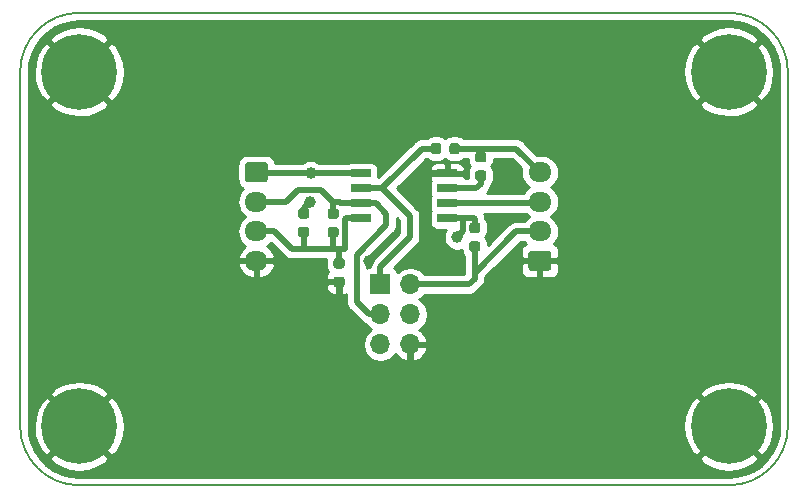
<source format=gbr>
%TF.GenerationSoftware,KiCad,Pcbnew,(5.1.6)-1*%
%TF.CreationDate,2020-12-10T00:03:04+01:00*%
%TF.ProjectId,06_I2C_2_NEOPIXELS,30365f49-3243-45f3-925f-4e454f504958,rev?*%
%TF.SameCoordinates,Original*%
%TF.FileFunction,Copper,L1,Top*%
%TF.FilePolarity,Positive*%
%FSLAX46Y46*%
G04 Gerber Fmt 4.6, Leading zero omitted, Abs format (unit mm)*
G04 Created by KiCad (PCBNEW (5.1.6)-1) date 2020-12-10 00:03:04*
%MOMM*%
%LPD*%
G01*
G04 APERTURE LIST*
%TA.AperFunction,Profile*%
%ADD10C,0.150000*%
%TD*%
%TA.AperFunction,ComponentPad*%
%ADD11C,6.400000*%
%TD*%
%TA.AperFunction,ComponentPad*%
%ADD12C,0.800000*%
%TD*%
%TA.AperFunction,ComponentPad*%
%ADD13O,1.950000X1.700000*%
%TD*%
%TA.AperFunction,ComponentPad*%
%ADD14R,1.700000X1.700000*%
%TD*%
%TA.AperFunction,ComponentPad*%
%ADD15O,1.700000X1.700000*%
%TD*%
%TA.AperFunction,SMDPad,CuDef*%
%ADD16R,1.700000X0.650000*%
%TD*%
%TA.AperFunction,ViaPad*%
%ADD17C,1.000000*%
%TD*%
%TA.AperFunction,Conductor*%
%ADD18C,0.500000*%
%TD*%
%TA.AperFunction,Conductor*%
%ADD19C,0.254000*%
%TD*%
G04 APERTURE END LIST*
D10*
X160000000Y-55000000D02*
G75*
G02*
X165000000Y-60000000I0J-5000000D01*
G01*
X165000000Y-90000000D02*
G75*
G02*
X160000000Y-95000000I-5000000J0D01*
G01*
X105000000Y-95000000D02*
G75*
G02*
X100000000Y-90000000I0J5000000D01*
G01*
X100000000Y-60000000D02*
G75*
G02*
X105000000Y-55000000I5000000J0D01*
G01*
X100000000Y-90000000D02*
X100000000Y-60000000D01*
X160000000Y-95000000D02*
X105000000Y-95000000D01*
X165000000Y-60000000D02*
X165000000Y-90000000D01*
X105000000Y-55000000D02*
X160000000Y-55000000D01*
%TO.P,C1,1*%
%TO.N,5V*%
%TA.AperFunction,SMDPad,CuDef*%
G36*
G01*
X126743750Y-75775000D02*
X127256250Y-75775000D01*
G75*
G02*
X127475000Y-75993750I0J-218750D01*
G01*
X127475000Y-76431250D01*
G75*
G02*
X127256250Y-76650000I-218750J0D01*
G01*
X126743750Y-76650000D01*
G75*
G02*
X126525000Y-76431250I0J218750D01*
G01*
X126525000Y-75993750D01*
G75*
G02*
X126743750Y-75775000I218750J0D01*
G01*
G37*
%TD.AperFunction*%
%TO.P,C1,2*%
%TO.N,GND*%
%TA.AperFunction,SMDPad,CuDef*%
G36*
G01*
X126743750Y-77350000D02*
X127256250Y-77350000D01*
G75*
G02*
X127475000Y-77568750I0J-218750D01*
G01*
X127475000Y-78006250D01*
G75*
G02*
X127256250Y-78225000I-218750J0D01*
G01*
X126743750Y-78225000D01*
G75*
G02*
X126525000Y-78006250I0J218750D01*
G01*
X126525000Y-77568750D01*
G75*
G02*
X126743750Y-77350000I218750J0D01*
G01*
G37*
%TD.AperFunction*%
%TD*%
D11*
%TO.P,H1,1*%
%TO.N,GND*%
X105000000Y-60000000D03*
D12*
X107400000Y-60000000D03*
X106697056Y-61697056D03*
X105000000Y-62400000D03*
X103302944Y-61697056D03*
X102600000Y-60000000D03*
X103302944Y-58302944D03*
X105000000Y-57600000D03*
X106697056Y-58302944D03*
%TD*%
%TO.P,H2,1*%
%TO.N,GND*%
X161697056Y-58302944D03*
X160000000Y-57600000D03*
X158302944Y-58302944D03*
X157600000Y-60000000D03*
X158302944Y-61697056D03*
X160000000Y-62400000D03*
X161697056Y-61697056D03*
X162400000Y-60000000D03*
D11*
X160000000Y-60000000D03*
%TD*%
D12*
%TO.P,H3,1*%
%TO.N,GND*%
X161697056Y-88302944D03*
X160000000Y-87600000D03*
X158302944Y-88302944D03*
X157600000Y-90000000D03*
X158302944Y-91697056D03*
X160000000Y-92400000D03*
X161697056Y-91697056D03*
X162400000Y-90000000D03*
D11*
X160000000Y-90000000D03*
%TD*%
%TO.P,H4,1*%
%TO.N,GND*%
X105000000Y-90000000D03*
D12*
X107400000Y-90000000D03*
X106697056Y-91697056D03*
X105000000Y-92400000D03*
X103302944Y-91697056D03*
X102600000Y-90000000D03*
X103302944Y-88302944D03*
X105000000Y-87600000D03*
X106697056Y-88302944D03*
%TD*%
%TO.P,J1,1*%
%TO.N,GND*%
%TA.AperFunction,ComponentPad*%
G36*
G01*
X144725000Y-76850000D02*
X143275000Y-76850000D01*
G75*
G02*
X143025000Y-76600000I0J250000D01*
G01*
X143025000Y-75400000D01*
G75*
G02*
X143275000Y-75150000I250000J0D01*
G01*
X144725000Y-75150000D01*
G75*
G02*
X144975000Y-75400000I0J-250000D01*
G01*
X144975000Y-76600000D01*
G75*
G02*
X144725000Y-76850000I-250000J0D01*
G01*
G37*
%TD.AperFunction*%
D13*
%TO.P,J1,2*%
%TO.N,5V*%
X144000000Y-73500000D03*
%TO.P,J1,3*%
%TO.N,S0*%
X144000000Y-71000000D03*
%TO.P,J1,4*%
%TO.N,back0*%
X144000000Y-68500000D03*
%TD*%
%TO.P,J2,4*%
%TO.N,GND*%
X120000000Y-76000000D03*
%TO.P,J2,3*%
%TO.N,5V*%
X120000000Y-73500000D03*
%TO.P,J2,2*%
%TO.N,SCL*%
X120000000Y-71000000D03*
%TO.P,J2,1*%
%TO.N,SDA*%
%TA.AperFunction,ComponentPad*%
G36*
G01*
X119275000Y-67650000D02*
X120725000Y-67650000D01*
G75*
G02*
X120975000Y-67900000I0J-250000D01*
G01*
X120975000Y-69100000D01*
G75*
G02*
X120725000Y-69350000I-250000J0D01*
G01*
X119275000Y-69350000D01*
G75*
G02*
X119025000Y-69100000I0J250000D01*
G01*
X119025000Y-67900000D01*
G75*
G02*
X119275000Y-67650000I250000J0D01*
G01*
G37*
%TD.AperFunction*%
%TD*%
D14*
%TO.P,J3,1*%
%TO.N,PB1*%
X130500000Y-78000000D03*
D15*
%TO.P,J3,2*%
%TO.N,5V*%
X133040000Y-78000000D03*
%TO.P,J3,3*%
%TO.N,SCL*%
X130500000Y-80540000D03*
%TO.P,J3,4*%
%TO.N,SDA*%
X133040000Y-80540000D03*
%TO.P,J3,5*%
%TO.N,RST*%
X130500000Y-83080000D03*
%TO.P,J3,6*%
%TO.N,GND*%
X133040000Y-83080000D03*
%TD*%
%TO.P,R1,2*%
%TO.N,SCL*%
%TA.AperFunction,SMDPad,CuDef*%
G36*
G01*
X126756250Y-72437500D02*
X126243750Y-72437500D01*
G75*
G02*
X126025000Y-72218750I0J218750D01*
G01*
X126025000Y-71781250D01*
G75*
G02*
X126243750Y-71562500I218750J0D01*
G01*
X126756250Y-71562500D01*
G75*
G02*
X126975000Y-71781250I0J-218750D01*
G01*
X126975000Y-72218750D01*
G75*
G02*
X126756250Y-72437500I-218750J0D01*
G01*
G37*
%TD.AperFunction*%
%TO.P,R1,1*%
%TO.N,5V*%
%TA.AperFunction,SMDPad,CuDef*%
G36*
G01*
X126756250Y-74012500D02*
X126243750Y-74012500D01*
G75*
G02*
X126025000Y-73793750I0J218750D01*
G01*
X126025000Y-73356250D01*
G75*
G02*
X126243750Y-73137500I218750J0D01*
G01*
X126756250Y-73137500D01*
G75*
G02*
X126975000Y-73356250I0J-218750D01*
G01*
X126975000Y-73793750D01*
G75*
G02*
X126756250Y-74012500I-218750J0D01*
G01*
G37*
%TD.AperFunction*%
%TD*%
%TO.P,R2,1*%
%TO.N,5V*%
%TA.AperFunction,SMDPad,CuDef*%
G36*
G01*
X124256250Y-74012500D02*
X123743750Y-74012500D01*
G75*
G02*
X123525000Y-73793750I0J218750D01*
G01*
X123525000Y-73356250D01*
G75*
G02*
X123743750Y-73137500I218750J0D01*
G01*
X124256250Y-73137500D01*
G75*
G02*
X124475000Y-73356250I0J-218750D01*
G01*
X124475000Y-73793750D01*
G75*
G02*
X124256250Y-74012500I-218750J0D01*
G01*
G37*
%TD.AperFunction*%
%TO.P,R2,2*%
%TO.N,SDA*%
%TA.AperFunction,SMDPad,CuDef*%
G36*
G01*
X124256250Y-72437500D02*
X123743750Y-72437500D01*
G75*
G02*
X123525000Y-72218750I0J218750D01*
G01*
X123525000Y-71781250D01*
G75*
G02*
X123743750Y-71562500I218750J0D01*
G01*
X124256250Y-71562500D01*
G75*
G02*
X124475000Y-71781250I0J-218750D01*
G01*
X124475000Y-72218750D01*
G75*
G02*
X124256250Y-72437500I-218750J0D01*
G01*
G37*
%TD.AperFunction*%
%TD*%
%TO.P,R3,2*%
%TO.N,back0*%
%TA.AperFunction,SMDPad,CuDef*%
G36*
G01*
X139256250Y-67650000D02*
X138743750Y-67650000D01*
G75*
G02*
X138525000Y-67431250I0J218750D01*
G01*
X138525000Y-66993750D01*
G75*
G02*
X138743750Y-66775000I218750J0D01*
G01*
X139256250Y-66775000D01*
G75*
G02*
X139475000Y-66993750I0J-218750D01*
G01*
X139475000Y-67431250D01*
G75*
G02*
X139256250Y-67650000I-218750J0D01*
G01*
G37*
%TD.AperFunction*%
%TO.P,R3,1*%
%TO.N,Net-(R3-Pad1)*%
%TA.AperFunction,SMDPad,CuDef*%
G36*
G01*
X139256250Y-69225000D02*
X138743750Y-69225000D01*
G75*
G02*
X138525000Y-69006250I0J218750D01*
G01*
X138525000Y-68568750D01*
G75*
G02*
X138743750Y-68350000I218750J0D01*
G01*
X139256250Y-68350000D01*
G75*
G02*
X139475000Y-68568750I0J-218750D01*
G01*
X139475000Y-69006250D01*
G75*
G02*
X139256250Y-69225000I-218750J0D01*
G01*
G37*
%TD.AperFunction*%
%TD*%
%TO.P,R4,1*%
%TO.N,PB1*%
%TA.AperFunction,SMDPad,CuDef*%
G36*
G01*
X134775000Y-66756250D02*
X134775000Y-66243750D01*
G75*
G02*
X134993750Y-66025000I218750J0D01*
G01*
X135431250Y-66025000D01*
G75*
G02*
X135650000Y-66243750I0J-218750D01*
G01*
X135650000Y-66756250D01*
G75*
G02*
X135431250Y-66975000I-218750J0D01*
G01*
X134993750Y-66975000D01*
G75*
G02*
X134775000Y-66756250I0J218750D01*
G01*
G37*
%TD.AperFunction*%
%TO.P,R4,2*%
%TO.N,back0*%
%TA.AperFunction,SMDPad,CuDef*%
G36*
G01*
X136350000Y-66756250D02*
X136350000Y-66243750D01*
G75*
G02*
X136568750Y-66025000I218750J0D01*
G01*
X137006250Y-66025000D01*
G75*
G02*
X137225000Y-66243750I0J-218750D01*
G01*
X137225000Y-66756250D01*
G75*
G02*
X137006250Y-66975000I-218750J0D01*
G01*
X136568750Y-66975000D01*
G75*
G02*
X136350000Y-66756250I0J218750D01*
G01*
G37*
%TD.AperFunction*%
%TD*%
%TO.P,R5,1*%
%TO.N,RST*%
%TA.AperFunction,SMDPad,CuDef*%
G36*
G01*
X138243750Y-72775000D02*
X138756250Y-72775000D01*
G75*
G02*
X138975000Y-72993750I0J-218750D01*
G01*
X138975000Y-73431250D01*
G75*
G02*
X138756250Y-73650000I-218750J0D01*
G01*
X138243750Y-73650000D01*
G75*
G02*
X138025000Y-73431250I0J218750D01*
G01*
X138025000Y-72993750D01*
G75*
G02*
X138243750Y-72775000I218750J0D01*
G01*
G37*
%TD.AperFunction*%
%TO.P,R5,2*%
%TO.N,5V*%
%TA.AperFunction,SMDPad,CuDef*%
G36*
G01*
X138243750Y-74350000D02*
X138756250Y-74350000D01*
G75*
G02*
X138975000Y-74568750I0J-218750D01*
G01*
X138975000Y-75006250D01*
G75*
G02*
X138756250Y-75225000I-218750J0D01*
G01*
X138243750Y-75225000D01*
G75*
G02*
X138025000Y-75006250I0J218750D01*
G01*
X138025000Y-74568750D01*
G75*
G02*
X138243750Y-74350000I218750J0D01*
G01*
G37*
%TD.AperFunction*%
%TD*%
D16*
%TO.P,U1,1*%
%TO.N,RST*%
X136150000Y-72405000D03*
%TO.P,U1,2*%
%TO.N,S0*%
X136150000Y-71135000D03*
%TO.P,U1,3*%
%TO.N,Net-(R3-Pad1)*%
X136150000Y-69865000D03*
%TO.P,U1,4*%
%TO.N,GND*%
X136150000Y-68595000D03*
%TO.P,U1,5*%
%TO.N,SDA*%
X128850000Y-68595000D03*
%TO.P,U1,6*%
%TO.N,PB1*%
X128850000Y-69865000D03*
%TO.P,U1,7*%
%TO.N,SCL*%
X128850000Y-71135000D03*
%TO.P,U1,8*%
%TO.N,5V*%
X128850000Y-72405000D03*
%TD*%
D17*
%TO.N,GND*%
X105000000Y-65000000D03*
X105000000Y-70000000D03*
X105000000Y-75000000D03*
X105000000Y-80000000D03*
X105000000Y-85000000D03*
X110000000Y-60000000D03*
X115000000Y-60000000D03*
X120000000Y-60000000D03*
X125000000Y-60000000D03*
X130000000Y-60000000D03*
X135000000Y-60000000D03*
X140000000Y-60000000D03*
X145000000Y-60000000D03*
X150000000Y-60000000D03*
X155000000Y-60000000D03*
X110000000Y-90000000D03*
X115000000Y-90000000D03*
X120000000Y-90000000D03*
X125000000Y-90000000D03*
X130000000Y-90000000D03*
X135000000Y-90000000D03*
X140000000Y-90000000D03*
X145000000Y-90000000D03*
X150000000Y-90000000D03*
X155000000Y-90000000D03*
X160000000Y-85000000D03*
X160000000Y-80000000D03*
X160000000Y-75000000D03*
X160000000Y-65000000D03*
X160000000Y-70000000D03*
X127000000Y-79500000D03*
X133500000Y-69500000D03*
X141000000Y-69000000D03*
X141000000Y-72500000D03*
X129550000Y-76000000D03*
%TO.N,SDA*%
X124500000Y-71050000D03*
X124595000Y-68595000D03*
%TO.N,RST*%
X137000000Y-74000000D03*
%TD*%
D18*
%TO.N,GND*%
X127000000Y-77787500D02*
X127000000Y-79500000D01*
X136150000Y-68595000D02*
X134405000Y-68595000D01*
X134405000Y-68595000D02*
X133500000Y-69500000D01*
X133040000Y-88040000D02*
X135000000Y-90000000D01*
X133040000Y-83080000D02*
X133040000Y-88040000D01*
%TO.N,S0*%
X143865000Y-71135000D02*
X144000000Y-71000000D01*
X136150000Y-71135000D02*
X143865000Y-71135000D01*
%TO.N,back0*%
X142000000Y-66500000D02*
X144000000Y-68500000D01*
X136787500Y-66500000D02*
X139000000Y-66500000D01*
X139000000Y-67212500D02*
X139000000Y-66500000D01*
X139000000Y-66500000D02*
X142000000Y-66500000D01*
%TO.N,5V*%
X126500000Y-73575000D02*
X126500000Y-75000000D01*
X126500000Y-75000000D02*
X124000000Y-75000000D01*
X124000000Y-75000000D02*
X124000000Y-73575000D01*
X124000000Y-75000000D02*
X123000000Y-75000000D01*
X121500000Y-73500000D02*
X120000000Y-73500000D01*
X123000000Y-75000000D02*
X121500000Y-73500000D01*
X128850000Y-72405000D02*
X127595000Y-72405000D01*
X127500000Y-72500000D02*
X127500000Y-75000000D01*
X127595000Y-72405000D02*
X127500000Y-72500000D01*
X127500000Y-75000000D02*
X127000000Y-75000000D01*
X127000000Y-76212500D02*
X127000000Y-75000000D01*
X127000000Y-75000000D02*
X126500000Y-75000000D01*
X133040000Y-78000000D02*
X138000000Y-78000000D01*
X138000000Y-78000000D02*
X138500000Y-77500000D01*
X144000000Y-73500000D02*
X142000000Y-73500000D01*
X142000000Y-73500000D02*
X138500000Y-77000000D01*
X138500000Y-77500000D02*
X138500000Y-77000000D01*
X138500000Y-77000000D02*
X138500000Y-74787500D01*
%TO.N,SCL*%
X128850000Y-71135000D02*
X127135000Y-71135000D01*
X127135000Y-71135000D02*
X127000000Y-71000000D01*
X126500000Y-72000000D02*
X126500000Y-71000000D01*
X127000000Y-71000000D02*
X126500000Y-71000000D01*
X122500000Y-71000000D02*
X123500000Y-70000000D01*
X122500000Y-71000000D02*
X120000000Y-71000000D01*
X123500000Y-70000000D02*
X125500000Y-70000000D01*
X125500000Y-70000000D02*
X126500000Y-71000000D01*
X129540000Y-80540000D02*
X130500000Y-80540000D01*
X130135000Y-71135000D02*
X131000000Y-72000000D01*
X128500000Y-79500000D02*
X129540000Y-80540000D01*
X131000000Y-73000000D02*
X128500000Y-75500000D01*
X131000000Y-72000000D02*
X131000000Y-73000000D01*
X128850000Y-71135000D02*
X130135000Y-71135000D01*
X128500000Y-75500000D02*
X128500000Y-79500000D01*
%TO.N,SDA*%
X120095000Y-68595000D02*
X120000000Y-68500000D01*
X124000000Y-72000000D02*
X124000000Y-71550000D01*
X124000000Y-71550000D02*
X124500000Y-71050000D01*
X128850000Y-68595000D02*
X124595000Y-68595000D01*
X124595000Y-68595000D02*
X120095000Y-68595000D01*
%TO.N,PB1*%
X135212500Y-66500000D02*
X134000000Y-66500000D01*
X130635000Y-69865000D02*
X128850000Y-69865000D01*
X134000000Y-66500000D02*
X130635000Y-69865000D01*
X133000000Y-72230000D02*
X131635000Y-70865000D01*
X133000000Y-74000000D02*
X133000000Y-72230000D01*
X130500000Y-76500000D02*
X133000000Y-74000000D01*
X131635000Y-70865000D02*
X130635000Y-69865000D01*
X130500000Y-78000000D02*
X130500000Y-76500000D01*
%TO.N,RST*%
X136150000Y-72405000D02*
X138405000Y-72405000D01*
X138500000Y-72500000D02*
X138500000Y-73212500D01*
X138405000Y-72405000D02*
X138500000Y-72500000D01*
X137000000Y-74000000D02*
X137500000Y-73500000D01*
X137500000Y-73500000D02*
X137500000Y-72500000D01*
%TO.N,Net-(R3-Pad1)*%
X136150000Y-69865000D02*
X138635000Y-69865000D01*
X139000000Y-69500000D02*
X139000000Y-68787500D01*
X138635000Y-69865000D02*
X139000000Y-69500000D01*
%TD*%
D19*
%TO.N,GND*%
G36*
X160759192Y-55780578D02*
G01*
X161494389Y-55981705D01*
X162182351Y-56309846D01*
X162801331Y-56754628D01*
X163331761Y-57301988D01*
X163756884Y-57934639D01*
X164063251Y-58632561D01*
X164242499Y-59379183D01*
X164290000Y-60026030D01*
X164290001Y-89968370D01*
X164219422Y-90759193D01*
X164018295Y-91494389D01*
X163690152Y-92182355D01*
X163245374Y-92801328D01*
X162698012Y-93331761D01*
X162065362Y-93756883D01*
X161367439Y-94063251D01*
X160620819Y-94242499D01*
X159973970Y-94290000D01*
X105031618Y-94290000D01*
X104240807Y-94219422D01*
X103505611Y-94018295D01*
X102817645Y-93690152D01*
X102198672Y-93245374D01*
X101671020Y-92700881D01*
X102478724Y-92700881D01*
X102838912Y-93190548D01*
X103502882Y-93550849D01*
X104224385Y-93774694D01*
X104975695Y-93853480D01*
X105727938Y-93784178D01*
X106452208Y-93569452D01*
X107120670Y-93217555D01*
X107161088Y-93190548D01*
X107521276Y-92700881D01*
X157478724Y-92700881D01*
X157838912Y-93190548D01*
X158502882Y-93550849D01*
X159224385Y-93774694D01*
X159975695Y-93853480D01*
X160727938Y-93784178D01*
X161452208Y-93569452D01*
X162120670Y-93217555D01*
X162161088Y-93190548D01*
X162521276Y-92700881D01*
X160000000Y-90179605D01*
X157478724Y-92700881D01*
X107521276Y-92700881D01*
X105000000Y-90179605D01*
X102478724Y-92700881D01*
X101671020Y-92700881D01*
X101668239Y-92698012D01*
X101243117Y-92065362D01*
X100936749Y-91367439D01*
X100757501Y-90620819D01*
X100710127Y-89975695D01*
X101146520Y-89975695D01*
X101215822Y-90727938D01*
X101430548Y-91452208D01*
X101782445Y-92120670D01*
X101809452Y-92161088D01*
X102299119Y-92521276D01*
X104820395Y-90000000D01*
X105179605Y-90000000D01*
X107700881Y-92521276D01*
X108190548Y-92161088D01*
X108550849Y-91497118D01*
X108774694Y-90775615D01*
X108853480Y-90024305D01*
X108849002Y-89975695D01*
X156146520Y-89975695D01*
X156215822Y-90727938D01*
X156430548Y-91452208D01*
X156782445Y-92120670D01*
X156809452Y-92161088D01*
X157299119Y-92521276D01*
X159820395Y-90000000D01*
X160179605Y-90000000D01*
X162700881Y-92521276D01*
X163190548Y-92161088D01*
X163550849Y-91497118D01*
X163774694Y-90775615D01*
X163853480Y-90024305D01*
X163784178Y-89272062D01*
X163569452Y-88547792D01*
X163217555Y-87879330D01*
X163190548Y-87838912D01*
X162700881Y-87478724D01*
X160179605Y-90000000D01*
X159820395Y-90000000D01*
X157299119Y-87478724D01*
X156809452Y-87838912D01*
X156449151Y-88502882D01*
X156225306Y-89224385D01*
X156146520Y-89975695D01*
X108849002Y-89975695D01*
X108784178Y-89272062D01*
X108569452Y-88547792D01*
X108217555Y-87879330D01*
X108190548Y-87838912D01*
X107700881Y-87478724D01*
X105179605Y-90000000D01*
X104820395Y-90000000D01*
X102299119Y-87478724D01*
X101809452Y-87838912D01*
X101449151Y-88502882D01*
X101225306Y-89224385D01*
X101146520Y-89975695D01*
X100710127Y-89975695D01*
X100710000Y-89973970D01*
X100710000Y-87299119D01*
X102478724Y-87299119D01*
X105000000Y-89820395D01*
X107521276Y-87299119D01*
X157478724Y-87299119D01*
X160000000Y-89820395D01*
X162521276Y-87299119D01*
X162161088Y-86809452D01*
X161497118Y-86449151D01*
X160775615Y-86225306D01*
X160024305Y-86146520D01*
X159272062Y-86215822D01*
X158547792Y-86430548D01*
X157879330Y-86782445D01*
X157838912Y-86809452D01*
X157478724Y-87299119D01*
X107521276Y-87299119D01*
X107161088Y-86809452D01*
X106497118Y-86449151D01*
X105775615Y-86225306D01*
X105024305Y-86146520D01*
X104272062Y-86215822D01*
X103547792Y-86430548D01*
X102879330Y-86782445D01*
X102838912Y-86809452D01*
X102478724Y-87299119D01*
X100710000Y-87299119D01*
X100710000Y-78225000D01*
X125886928Y-78225000D01*
X125899188Y-78349482D01*
X125935498Y-78469180D01*
X125994463Y-78579494D01*
X126073815Y-78676185D01*
X126170506Y-78755537D01*
X126280820Y-78814502D01*
X126400518Y-78850812D01*
X126525000Y-78863072D01*
X126714250Y-78860000D01*
X126873000Y-78701250D01*
X126873000Y-77914500D01*
X126048750Y-77914500D01*
X125890000Y-78073250D01*
X125886928Y-78225000D01*
X100710000Y-78225000D01*
X100710000Y-76356890D01*
X118433524Y-76356890D01*
X118525648Y-76619858D01*
X118672504Y-76871193D01*
X118865571Y-77089049D01*
X119097430Y-77265053D01*
X119359170Y-77392442D01*
X119640733Y-77466320D01*
X119873000Y-77326165D01*
X119873000Y-76127000D01*
X120127000Y-76127000D01*
X120127000Y-77326165D01*
X120359267Y-77466320D01*
X120640830Y-77392442D01*
X120902570Y-77265053D01*
X121134429Y-77089049D01*
X121327496Y-76871193D01*
X121474352Y-76619858D01*
X121566476Y-76356890D01*
X121445155Y-76127000D01*
X120127000Y-76127000D01*
X119873000Y-76127000D01*
X118554845Y-76127000D01*
X118433524Y-76356890D01*
X100710000Y-76356890D01*
X100710000Y-71000000D01*
X118382815Y-71000000D01*
X118411487Y-71291111D01*
X118496401Y-71571034D01*
X118634294Y-71829014D01*
X118819866Y-72055134D01*
X119045986Y-72240706D01*
X119063374Y-72250000D01*
X119045986Y-72259294D01*
X118819866Y-72444866D01*
X118634294Y-72670986D01*
X118496401Y-72928966D01*
X118411487Y-73208889D01*
X118382815Y-73500000D01*
X118411487Y-73791111D01*
X118496401Y-74071034D01*
X118634294Y-74329014D01*
X118819866Y-74555134D01*
X119045986Y-74740706D01*
X119071722Y-74754462D01*
X118865571Y-74910951D01*
X118672504Y-75128807D01*
X118525648Y-75380142D01*
X118433524Y-75643110D01*
X118554845Y-75873000D01*
X119873000Y-75873000D01*
X119873000Y-75853000D01*
X120127000Y-75853000D01*
X120127000Y-75873000D01*
X121445155Y-75873000D01*
X121566476Y-75643110D01*
X121474352Y-75380142D01*
X121327496Y-75128807D01*
X121134429Y-74910951D01*
X120928278Y-74754462D01*
X120954014Y-74740706D01*
X121180134Y-74555134D01*
X121235767Y-74487345D01*
X122343470Y-75595049D01*
X122371183Y-75628817D01*
X122404951Y-75656530D01*
X122404953Y-75656532D01*
X122476452Y-75715210D01*
X122505941Y-75739411D01*
X122659687Y-75821589D01*
X122826510Y-75872195D01*
X122956523Y-75885000D01*
X122956533Y-75885000D01*
X122999999Y-75889281D01*
X123043465Y-75885000D01*
X123956523Y-75885000D01*
X124000000Y-75889282D01*
X124043476Y-75885000D01*
X125897639Y-75885000D01*
X125886928Y-75993750D01*
X125886928Y-76431250D01*
X125903392Y-76598408D01*
X125952150Y-76759142D01*
X126031329Y-76907275D01*
X126049100Y-76928930D01*
X125994463Y-76995506D01*
X125935498Y-77105820D01*
X125899188Y-77225518D01*
X125886928Y-77350000D01*
X125890000Y-77501750D01*
X126048750Y-77660500D01*
X126873000Y-77660500D01*
X126873000Y-77640500D01*
X127127000Y-77640500D01*
X127127000Y-77660500D01*
X127147000Y-77660500D01*
X127147000Y-77914500D01*
X127127000Y-77914500D01*
X127127000Y-78701250D01*
X127285750Y-78860000D01*
X127475000Y-78863072D01*
X127599482Y-78850812D01*
X127615001Y-78846104D01*
X127615001Y-79456521D01*
X127610719Y-79500000D01*
X127627805Y-79673490D01*
X127678412Y-79840313D01*
X127760590Y-79994059D01*
X127843468Y-80095046D01*
X127843471Y-80095049D01*
X127871184Y-80128817D01*
X127904951Y-80156529D01*
X128883470Y-81135049D01*
X128911183Y-81168817D01*
X128944951Y-81196530D01*
X128944953Y-81196532D01*
X129002075Y-81243411D01*
X129045941Y-81279411D01*
X129199687Y-81361589D01*
X129279063Y-81385668D01*
X129346525Y-81486632D01*
X129553368Y-81693475D01*
X129727760Y-81810000D01*
X129553368Y-81926525D01*
X129346525Y-82133368D01*
X129184010Y-82376589D01*
X129072068Y-82646842D01*
X129015000Y-82933740D01*
X129015000Y-83226260D01*
X129072068Y-83513158D01*
X129184010Y-83783411D01*
X129346525Y-84026632D01*
X129553368Y-84233475D01*
X129796589Y-84395990D01*
X130066842Y-84507932D01*
X130353740Y-84565000D01*
X130646260Y-84565000D01*
X130933158Y-84507932D01*
X131203411Y-84395990D01*
X131446632Y-84233475D01*
X131653475Y-84026632D01*
X131771100Y-83850594D01*
X131942412Y-84080269D01*
X132158645Y-84275178D01*
X132408748Y-84424157D01*
X132683109Y-84521481D01*
X132913000Y-84400814D01*
X132913000Y-83207000D01*
X133167000Y-83207000D01*
X133167000Y-84400814D01*
X133396891Y-84521481D01*
X133671252Y-84424157D01*
X133921355Y-84275178D01*
X134137588Y-84080269D01*
X134311641Y-83846920D01*
X134436825Y-83584099D01*
X134481476Y-83436890D01*
X134360155Y-83207000D01*
X133167000Y-83207000D01*
X132913000Y-83207000D01*
X132893000Y-83207000D01*
X132893000Y-82953000D01*
X132913000Y-82953000D01*
X132913000Y-82933000D01*
X133167000Y-82933000D01*
X133167000Y-82953000D01*
X134360155Y-82953000D01*
X134481476Y-82723110D01*
X134436825Y-82575901D01*
X134311641Y-82313080D01*
X134137588Y-82079731D01*
X133921355Y-81884822D01*
X133804466Y-81815195D01*
X133986632Y-81693475D01*
X134193475Y-81486632D01*
X134355990Y-81243411D01*
X134467932Y-80973158D01*
X134525000Y-80686260D01*
X134525000Y-80393740D01*
X134467932Y-80106842D01*
X134355990Y-79836589D01*
X134193475Y-79593368D01*
X133986632Y-79386525D01*
X133812240Y-79270000D01*
X133986632Y-79153475D01*
X134193475Y-78946632D01*
X134234656Y-78885000D01*
X137956531Y-78885000D01*
X138000000Y-78889281D01*
X138043469Y-78885000D01*
X138043477Y-78885000D01*
X138173490Y-78872195D01*
X138340313Y-78821589D01*
X138494059Y-78739411D01*
X138628817Y-78628817D01*
X138656534Y-78595044D01*
X139095045Y-78156533D01*
X139128817Y-78128817D01*
X139239411Y-77994059D01*
X139321589Y-77840313D01*
X139372195Y-77673490D01*
X139385000Y-77543477D01*
X139385000Y-77543469D01*
X139389281Y-77500000D01*
X139385000Y-77456531D01*
X139385000Y-77366578D01*
X139901578Y-76850000D01*
X142386928Y-76850000D01*
X142399188Y-76974482D01*
X142435498Y-77094180D01*
X142494463Y-77204494D01*
X142573815Y-77301185D01*
X142670506Y-77380537D01*
X142780820Y-77439502D01*
X142900518Y-77475812D01*
X143025000Y-77488072D01*
X143714250Y-77485000D01*
X143873000Y-77326250D01*
X143873000Y-76127000D01*
X144127000Y-76127000D01*
X144127000Y-77326250D01*
X144285750Y-77485000D01*
X144975000Y-77488072D01*
X145099482Y-77475812D01*
X145219180Y-77439502D01*
X145329494Y-77380537D01*
X145426185Y-77301185D01*
X145505537Y-77204494D01*
X145564502Y-77094180D01*
X145600812Y-76974482D01*
X145613072Y-76850000D01*
X145610000Y-76285750D01*
X145451250Y-76127000D01*
X144127000Y-76127000D01*
X143873000Y-76127000D01*
X142548750Y-76127000D01*
X142390000Y-76285750D01*
X142386928Y-76850000D01*
X139901578Y-76850000D01*
X142366579Y-74385000D01*
X142680241Y-74385000D01*
X142815608Y-74549945D01*
X142780820Y-74560498D01*
X142670506Y-74619463D01*
X142573815Y-74698815D01*
X142494463Y-74795506D01*
X142435498Y-74905820D01*
X142399188Y-75025518D01*
X142386928Y-75150000D01*
X142390000Y-75714250D01*
X142548750Y-75873000D01*
X143873000Y-75873000D01*
X143873000Y-75853000D01*
X144127000Y-75853000D01*
X144127000Y-75873000D01*
X145451250Y-75873000D01*
X145610000Y-75714250D01*
X145613072Y-75150000D01*
X145600812Y-75025518D01*
X145564502Y-74905820D01*
X145505537Y-74795506D01*
X145426185Y-74698815D01*
X145329494Y-74619463D01*
X145219180Y-74560498D01*
X145184392Y-74549945D01*
X145365706Y-74329014D01*
X145503599Y-74071034D01*
X145588513Y-73791111D01*
X145617185Y-73500000D01*
X145588513Y-73208889D01*
X145503599Y-72928966D01*
X145365706Y-72670986D01*
X145180134Y-72444866D01*
X144954014Y-72259294D01*
X144936626Y-72250000D01*
X144954014Y-72240706D01*
X145180134Y-72055134D01*
X145365706Y-71829014D01*
X145503599Y-71571034D01*
X145588513Y-71291111D01*
X145617185Y-71000000D01*
X145588513Y-70708889D01*
X145503599Y-70428966D01*
X145365706Y-70170986D01*
X145180134Y-69944866D01*
X144954014Y-69759294D01*
X144936626Y-69750000D01*
X144954014Y-69740706D01*
X145180134Y-69555134D01*
X145365706Y-69329014D01*
X145503599Y-69071034D01*
X145588513Y-68791111D01*
X145617185Y-68500000D01*
X145588513Y-68208889D01*
X145503599Y-67928966D01*
X145365706Y-67670986D01*
X145180134Y-67444866D01*
X144954014Y-67259294D01*
X144696034Y-67121401D01*
X144416111Y-67036487D01*
X144197950Y-67015000D01*
X143802050Y-67015000D01*
X143769759Y-67018180D01*
X142656534Y-65904956D01*
X142628817Y-65871183D01*
X142494059Y-65760589D01*
X142340313Y-65678411D01*
X142173490Y-65627805D01*
X142043477Y-65615000D01*
X142043469Y-65615000D01*
X142000000Y-65610719D01*
X141956531Y-65615000D01*
X139043477Y-65615000D01*
X139000000Y-65610718D01*
X138956524Y-65615000D01*
X137584229Y-65615000D01*
X137482275Y-65531329D01*
X137334142Y-65452150D01*
X137173408Y-65403392D01*
X137006250Y-65386928D01*
X136568750Y-65386928D01*
X136401592Y-65403392D01*
X136240858Y-65452150D01*
X136092725Y-65531329D01*
X136000000Y-65607426D01*
X135907275Y-65531329D01*
X135759142Y-65452150D01*
X135598408Y-65403392D01*
X135431250Y-65386928D01*
X134993750Y-65386928D01*
X134826592Y-65403392D01*
X134665858Y-65452150D01*
X134517725Y-65531329D01*
X134415771Y-65615000D01*
X134043469Y-65615000D01*
X134000000Y-65610719D01*
X133956531Y-65615000D01*
X133956523Y-65615000D01*
X133826510Y-65627805D01*
X133659686Y-65678411D01*
X133505941Y-65760589D01*
X133404953Y-65843468D01*
X133404951Y-65843470D01*
X133371183Y-65871183D01*
X133343470Y-65904951D01*
X130338072Y-68910350D01*
X130338072Y-68270000D01*
X130325812Y-68145518D01*
X130289502Y-68025820D01*
X130230537Y-67915506D01*
X130151185Y-67818815D01*
X130054494Y-67739463D01*
X129944180Y-67680498D01*
X129824482Y-67644188D01*
X129700000Y-67631928D01*
X128000000Y-67631928D01*
X127875518Y-67644188D01*
X127755820Y-67680498D01*
X127700627Y-67710000D01*
X125313450Y-67710000D01*
X125132624Y-67589176D01*
X124926067Y-67503617D01*
X124706788Y-67460000D01*
X124483212Y-67460000D01*
X124263933Y-67503617D01*
X124057376Y-67589176D01*
X123876550Y-67710000D01*
X121590928Y-67710000D01*
X121545472Y-67560150D01*
X121463405Y-67406614D01*
X121352962Y-67272038D01*
X121218386Y-67161595D01*
X121064850Y-67079528D01*
X120898254Y-67028992D01*
X120725000Y-67011928D01*
X119275000Y-67011928D01*
X119101746Y-67028992D01*
X118935150Y-67079528D01*
X118781614Y-67161595D01*
X118647038Y-67272038D01*
X118536595Y-67406614D01*
X118454528Y-67560150D01*
X118403992Y-67726746D01*
X118386928Y-67900000D01*
X118386928Y-69100000D01*
X118403992Y-69273254D01*
X118454528Y-69439850D01*
X118536595Y-69593386D01*
X118647038Y-69727962D01*
X118781614Y-69838405D01*
X118883337Y-69892777D01*
X118819866Y-69944866D01*
X118634294Y-70170986D01*
X118496401Y-70428966D01*
X118411487Y-70708889D01*
X118382815Y-71000000D01*
X100710000Y-71000000D01*
X100710000Y-62700881D01*
X102478724Y-62700881D01*
X102838912Y-63190548D01*
X103502882Y-63550849D01*
X104224385Y-63774694D01*
X104975695Y-63853480D01*
X105727938Y-63784178D01*
X106452208Y-63569452D01*
X107120670Y-63217555D01*
X107161088Y-63190548D01*
X107521276Y-62700881D01*
X157478724Y-62700881D01*
X157838912Y-63190548D01*
X158502882Y-63550849D01*
X159224385Y-63774694D01*
X159975695Y-63853480D01*
X160727938Y-63784178D01*
X161452208Y-63569452D01*
X162120670Y-63217555D01*
X162161088Y-63190548D01*
X162521276Y-62700881D01*
X160000000Y-60179605D01*
X157478724Y-62700881D01*
X107521276Y-62700881D01*
X105000000Y-60179605D01*
X102478724Y-62700881D01*
X100710000Y-62700881D01*
X100710000Y-60031618D01*
X100714991Y-59975695D01*
X101146520Y-59975695D01*
X101215822Y-60727938D01*
X101430548Y-61452208D01*
X101782445Y-62120670D01*
X101809452Y-62161088D01*
X102299119Y-62521276D01*
X104820395Y-60000000D01*
X105179605Y-60000000D01*
X107700881Y-62521276D01*
X108190548Y-62161088D01*
X108550849Y-61497118D01*
X108774694Y-60775615D01*
X108853480Y-60024305D01*
X108849002Y-59975695D01*
X156146520Y-59975695D01*
X156215822Y-60727938D01*
X156430548Y-61452208D01*
X156782445Y-62120670D01*
X156809452Y-62161088D01*
X157299119Y-62521276D01*
X159820395Y-60000000D01*
X160179605Y-60000000D01*
X162700881Y-62521276D01*
X163190548Y-62161088D01*
X163550849Y-61497118D01*
X163774694Y-60775615D01*
X163853480Y-60024305D01*
X163784178Y-59272062D01*
X163569452Y-58547792D01*
X163217555Y-57879330D01*
X163190548Y-57838912D01*
X162700881Y-57478724D01*
X160179605Y-60000000D01*
X159820395Y-60000000D01*
X157299119Y-57478724D01*
X156809452Y-57838912D01*
X156449151Y-58502882D01*
X156225306Y-59224385D01*
X156146520Y-59975695D01*
X108849002Y-59975695D01*
X108784178Y-59272062D01*
X108569452Y-58547792D01*
X108217555Y-57879330D01*
X108190548Y-57838912D01*
X107700881Y-57478724D01*
X105179605Y-60000000D01*
X104820395Y-60000000D01*
X102299119Y-57478724D01*
X101809452Y-57838912D01*
X101449151Y-58502882D01*
X101225306Y-59224385D01*
X101146520Y-59975695D01*
X100714991Y-59975695D01*
X100780578Y-59240808D01*
X100981705Y-58505611D01*
X101309846Y-57817649D01*
X101682447Y-57299119D01*
X102478724Y-57299119D01*
X105000000Y-59820395D01*
X107521276Y-57299119D01*
X157478724Y-57299119D01*
X160000000Y-59820395D01*
X162521276Y-57299119D01*
X162161088Y-56809452D01*
X161497118Y-56449151D01*
X160775615Y-56225306D01*
X160024305Y-56146520D01*
X159272062Y-56215822D01*
X158547792Y-56430548D01*
X157879330Y-56782445D01*
X157838912Y-56809452D01*
X157478724Y-57299119D01*
X107521276Y-57299119D01*
X107161088Y-56809452D01*
X106497118Y-56449151D01*
X105775615Y-56225306D01*
X105024305Y-56146520D01*
X104272062Y-56215822D01*
X103547792Y-56430548D01*
X102879330Y-56782445D01*
X102838912Y-56809452D01*
X102478724Y-57299119D01*
X101682447Y-57299119D01*
X101754628Y-57198669D01*
X102301988Y-56668239D01*
X102934639Y-56243116D01*
X103632561Y-55936749D01*
X104379183Y-55757501D01*
X105026030Y-55710000D01*
X159968382Y-55710000D01*
X160759192Y-55780578D01*
G37*
X160759192Y-55780578D02*
X161494389Y-55981705D01*
X162182351Y-56309846D01*
X162801331Y-56754628D01*
X163331761Y-57301988D01*
X163756884Y-57934639D01*
X164063251Y-58632561D01*
X164242499Y-59379183D01*
X164290000Y-60026030D01*
X164290001Y-89968370D01*
X164219422Y-90759193D01*
X164018295Y-91494389D01*
X163690152Y-92182355D01*
X163245374Y-92801328D01*
X162698012Y-93331761D01*
X162065362Y-93756883D01*
X161367439Y-94063251D01*
X160620819Y-94242499D01*
X159973970Y-94290000D01*
X105031618Y-94290000D01*
X104240807Y-94219422D01*
X103505611Y-94018295D01*
X102817645Y-93690152D01*
X102198672Y-93245374D01*
X101671020Y-92700881D01*
X102478724Y-92700881D01*
X102838912Y-93190548D01*
X103502882Y-93550849D01*
X104224385Y-93774694D01*
X104975695Y-93853480D01*
X105727938Y-93784178D01*
X106452208Y-93569452D01*
X107120670Y-93217555D01*
X107161088Y-93190548D01*
X107521276Y-92700881D01*
X157478724Y-92700881D01*
X157838912Y-93190548D01*
X158502882Y-93550849D01*
X159224385Y-93774694D01*
X159975695Y-93853480D01*
X160727938Y-93784178D01*
X161452208Y-93569452D01*
X162120670Y-93217555D01*
X162161088Y-93190548D01*
X162521276Y-92700881D01*
X160000000Y-90179605D01*
X157478724Y-92700881D01*
X107521276Y-92700881D01*
X105000000Y-90179605D01*
X102478724Y-92700881D01*
X101671020Y-92700881D01*
X101668239Y-92698012D01*
X101243117Y-92065362D01*
X100936749Y-91367439D01*
X100757501Y-90620819D01*
X100710127Y-89975695D01*
X101146520Y-89975695D01*
X101215822Y-90727938D01*
X101430548Y-91452208D01*
X101782445Y-92120670D01*
X101809452Y-92161088D01*
X102299119Y-92521276D01*
X104820395Y-90000000D01*
X105179605Y-90000000D01*
X107700881Y-92521276D01*
X108190548Y-92161088D01*
X108550849Y-91497118D01*
X108774694Y-90775615D01*
X108853480Y-90024305D01*
X108849002Y-89975695D01*
X156146520Y-89975695D01*
X156215822Y-90727938D01*
X156430548Y-91452208D01*
X156782445Y-92120670D01*
X156809452Y-92161088D01*
X157299119Y-92521276D01*
X159820395Y-90000000D01*
X160179605Y-90000000D01*
X162700881Y-92521276D01*
X163190548Y-92161088D01*
X163550849Y-91497118D01*
X163774694Y-90775615D01*
X163853480Y-90024305D01*
X163784178Y-89272062D01*
X163569452Y-88547792D01*
X163217555Y-87879330D01*
X163190548Y-87838912D01*
X162700881Y-87478724D01*
X160179605Y-90000000D01*
X159820395Y-90000000D01*
X157299119Y-87478724D01*
X156809452Y-87838912D01*
X156449151Y-88502882D01*
X156225306Y-89224385D01*
X156146520Y-89975695D01*
X108849002Y-89975695D01*
X108784178Y-89272062D01*
X108569452Y-88547792D01*
X108217555Y-87879330D01*
X108190548Y-87838912D01*
X107700881Y-87478724D01*
X105179605Y-90000000D01*
X104820395Y-90000000D01*
X102299119Y-87478724D01*
X101809452Y-87838912D01*
X101449151Y-88502882D01*
X101225306Y-89224385D01*
X101146520Y-89975695D01*
X100710127Y-89975695D01*
X100710000Y-89973970D01*
X100710000Y-87299119D01*
X102478724Y-87299119D01*
X105000000Y-89820395D01*
X107521276Y-87299119D01*
X157478724Y-87299119D01*
X160000000Y-89820395D01*
X162521276Y-87299119D01*
X162161088Y-86809452D01*
X161497118Y-86449151D01*
X160775615Y-86225306D01*
X160024305Y-86146520D01*
X159272062Y-86215822D01*
X158547792Y-86430548D01*
X157879330Y-86782445D01*
X157838912Y-86809452D01*
X157478724Y-87299119D01*
X107521276Y-87299119D01*
X107161088Y-86809452D01*
X106497118Y-86449151D01*
X105775615Y-86225306D01*
X105024305Y-86146520D01*
X104272062Y-86215822D01*
X103547792Y-86430548D01*
X102879330Y-86782445D01*
X102838912Y-86809452D01*
X102478724Y-87299119D01*
X100710000Y-87299119D01*
X100710000Y-78225000D01*
X125886928Y-78225000D01*
X125899188Y-78349482D01*
X125935498Y-78469180D01*
X125994463Y-78579494D01*
X126073815Y-78676185D01*
X126170506Y-78755537D01*
X126280820Y-78814502D01*
X126400518Y-78850812D01*
X126525000Y-78863072D01*
X126714250Y-78860000D01*
X126873000Y-78701250D01*
X126873000Y-77914500D01*
X126048750Y-77914500D01*
X125890000Y-78073250D01*
X125886928Y-78225000D01*
X100710000Y-78225000D01*
X100710000Y-76356890D01*
X118433524Y-76356890D01*
X118525648Y-76619858D01*
X118672504Y-76871193D01*
X118865571Y-77089049D01*
X119097430Y-77265053D01*
X119359170Y-77392442D01*
X119640733Y-77466320D01*
X119873000Y-77326165D01*
X119873000Y-76127000D01*
X120127000Y-76127000D01*
X120127000Y-77326165D01*
X120359267Y-77466320D01*
X120640830Y-77392442D01*
X120902570Y-77265053D01*
X121134429Y-77089049D01*
X121327496Y-76871193D01*
X121474352Y-76619858D01*
X121566476Y-76356890D01*
X121445155Y-76127000D01*
X120127000Y-76127000D01*
X119873000Y-76127000D01*
X118554845Y-76127000D01*
X118433524Y-76356890D01*
X100710000Y-76356890D01*
X100710000Y-71000000D01*
X118382815Y-71000000D01*
X118411487Y-71291111D01*
X118496401Y-71571034D01*
X118634294Y-71829014D01*
X118819866Y-72055134D01*
X119045986Y-72240706D01*
X119063374Y-72250000D01*
X119045986Y-72259294D01*
X118819866Y-72444866D01*
X118634294Y-72670986D01*
X118496401Y-72928966D01*
X118411487Y-73208889D01*
X118382815Y-73500000D01*
X118411487Y-73791111D01*
X118496401Y-74071034D01*
X118634294Y-74329014D01*
X118819866Y-74555134D01*
X119045986Y-74740706D01*
X119071722Y-74754462D01*
X118865571Y-74910951D01*
X118672504Y-75128807D01*
X118525648Y-75380142D01*
X118433524Y-75643110D01*
X118554845Y-75873000D01*
X119873000Y-75873000D01*
X119873000Y-75853000D01*
X120127000Y-75853000D01*
X120127000Y-75873000D01*
X121445155Y-75873000D01*
X121566476Y-75643110D01*
X121474352Y-75380142D01*
X121327496Y-75128807D01*
X121134429Y-74910951D01*
X120928278Y-74754462D01*
X120954014Y-74740706D01*
X121180134Y-74555134D01*
X121235767Y-74487345D01*
X122343470Y-75595049D01*
X122371183Y-75628817D01*
X122404951Y-75656530D01*
X122404953Y-75656532D01*
X122476452Y-75715210D01*
X122505941Y-75739411D01*
X122659687Y-75821589D01*
X122826510Y-75872195D01*
X122956523Y-75885000D01*
X122956533Y-75885000D01*
X122999999Y-75889281D01*
X123043465Y-75885000D01*
X123956523Y-75885000D01*
X124000000Y-75889282D01*
X124043476Y-75885000D01*
X125897639Y-75885000D01*
X125886928Y-75993750D01*
X125886928Y-76431250D01*
X125903392Y-76598408D01*
X125952150Y-76759142D01*
X126031329Y-76907275D01*
X126049100Y-76928930D01*
X125994463Y-76995506D01*
X125935498Y-77105820D01*
X125899188Y-77225518D01*
X125886928Y-77350000D01*
X125890000Y-77501750D01*
X126048750Y-77660500D01*
X126873000Y-77660500D01*
X126873000Y-77640500D01*
X127127000Y-77640500D01*
X127127000Y-77660500D01*
X127147000Y-77660500D01*
X127147000Y-77914500D01*
X127127000Y-77914500D01*
X127127000Y-78701250D01*
X127285750Y-78860000D01*
X127475000Y-78863072D01*
X127599482Y-78850812D01*
X127615001Y-78846104D01*
X127615001Y-79456521D01*
X127610719Y-79500000D01*
X127627805Y-79673490D01*
X127678412Y-79840313D01*
X127760590Y-79994059D01*
X127843468Y-80095046D01*
X127843471Y-80095049D01*
X127871184Y-80128817D01*
X127904951Y-80156529D01*
X128883470Y-81135049D01*
X128911183Y-81168817D01*
X128944951Y-81196530D01*
X128944953Y-81196532D01*
X129002075Y-81243411D01*
X129045941Y-81279411D01*
X129199687Y-81361589D01*
X129279063Y-81385668D01*
X129346525Y-81486632D01*
X129553368Y-81693475D01*
X129727760Y-81810000D01*
X129553368Y-81926525D01*
X129346525Y-82133368D01*
X129184010Y-82376589D01*
X129072068Y-82646842D01*
X129015000Y-82933740D01*
X129015000Y-83226260D01*
X129072068Y-83513158D01*
X129184010Y-83783411D01*
X129346525Y-84026632D01*
X129553368Y-84233475D01*
X129796589Y-84395990D01*
X130066842Y-84507932D01*
X130353740Y-84565000D01*
X130646260Y-84565000D01*
X130933158Y-84507932D01*
X131203411Y-84395990D01*
X131446632Y-84233475D01*
X131653475Y-84026632D01*
X131771100Y-83850594D01*
X131942412Y-84080269D01*
X132158645Y-84275178D01*
X132408748Y-84424157D01*
X132683109Y-84521481D01*
X132913000Y-84400814D01*
X132913000Y-83207000D01*
X133167000Y-83207000D01*
X133167000Y-84400814D01*
X133396891Y-84521481D01*
X133671252Y-84424157D01*
X133921355Y-84275178D01*
X134137588Y-84080269D01*
X134311641Y-83846920D01*
X134436825Y-83584099D01*
X134481476Y-83436890D01*
X134360155Y-83207000D01*
X133167000Y-83207000D01*
X132913000Y-83207000D01*
X132893000Y-83207000D01*
X132893000Y-82953000D01*
X132913000Y-82953000D01*
X132913000Y-82933000D01*
X133167000Y-82933000D01*
X133167000Y-82953000D01*
X134360155Y-82953000D01*
X134481476Y-82723110D01*
X134436825Y-82575901D01*
X134311641Y-82313080D01*
X134137588Y-82079731D01*
X133921355Y-81884822D01*
X133804466Y-81815195D01*
X133986632Y-81693475D01*
X134193475Y-81486632D01*
X134355990Y-81243411D01*
X134467932Y-80973158D01*
X134525000Y-80686260D01*
X134525000Y-80393740D01*
X134467932Y-80106842D01*
X134355990Y-79836589D01*
X134193475Y-79593368D01*
X133986632Y-79386525D01*
X133812240Y-79270000D01*
X133986632Y-79153475D01*
X134193475Y-78946632D01*
X134234656Y-78885000D01*
X137956531Y-78885000D01*
X138000000Y-78889281D01*
X138043469Y-78885000D01*
X138043477Y-78885000D01*
X138173490Y-78872195D01*
X138340313Y-78821589D01*
X138494059Y-78739411D01*
X138628817Y-78628817D01*
X138656534Y-78595044D01*
X139095045Y-78156533D01*
X139128817Y-78128817D01*
X139239411Y-77994059D01*
X139321589Y-77840313D01*
X139372195Y-77673490D01*
X139385000Y-77543477D01*
X139385000Y-77543469D01*
X139389281Y-77500000D01*
X139385000Y-77456531D01*
X139385000Y-77366578D01*
X139901578Y-76850000D01*
X142386928Y-76850000D01*
X142399188Y-76974482D01*
X142435498Y-77094180D01*
X142494463Y-77204494D01*
X142573815Y-77301185D01*
X142670506Y-77380537D01*
X142780820Y-77439502D01*
X142900518Y-77475812D01*
X143025000Y-77488072D01*
X143714250Y-77485000D01*
X143873000Y-77326250D01*
X143873000Y-76127000D01*
X144127000Y-76127000D01*
X144127000Y-77326250D01*
X144285750Y-77485000D01*
X144975000Y-77488072D01*
X145099482Y-77475812D01*
X145219180Y-77439502D01*
X145329494Y-77380537D01*
X145426185Y-77301185D01*
X145505537Y-77204494D01*
X145564502Y-77094180D01*
X145600812Y-76974482D01*
X145613072Y-76850000D01*
X145610000Y-76285750D01*
X145451250Y-76127000D01*
X144127000Y-76127000D01*
X143873000Y-76127000D01*
X142548750Y-76127000D01*
X142390000Y-76285750D01*
X142386928Y-76850000D01*
X139901578Y-76850000D01*
X142366579Y-74385000D01*
X142680241Y-74385000D01*
X142815608Y-74549945D01*
X142780820Y-74560498D01*
X142670506Y-74619463D01*
X142573815Y-74698815D01*
X142494463Y-74795506D01*
X142435498Y-74905820D01*
X142399188Y-75025518D01*
X142386928Y-75150000D01*
X142390000Y-75714250D01*
X142548750Y-75873000D01*
X143873000Y-75873000D01*
X143873000Y-75853000D01*
X144127000Y-75853000D01*
X144127000Y-75873000D01*
X145451250Y-75873000D01*
X145610000Y-75714250D01*
X145613072Y-75150000D01*
X145600812Y-75025518D01*
X145564502Y-74905820D01*
X145505537Y-74795506D01*
X145426185Y-74698815D01*
X145329494Y-74619463D01*
X145219180Y-74560498D01*
X145184392Y-74549945D01*
X145365706Y-74329014D01*
X145503599Y-74071034D01*
X145588513Y-73791111D01*
X145617185Y-73500000D01*
X145588513Y-73208889D01*
X145503599Y-72928966D01*
X145365706Y-72670986D01*
X145180134Y-72444866D01*
X144954014Y-72259294D01*
X144936626Y-72250000D01*
X144954014Y-72240706D01*
X145180134Y-72055134D01*
X145365706Y-71829014D01*
X145503599Y-71571034D01*
X145588513Y-71291111D01*
X145617185Y-71000000D01*
X145588513Y-70708889D01*
X145503599Y-70428966D01*
X145365706Y-70170986D01*
X145180134Y-69944866D01*
X144954014Y-69759294D01*
X144936626Y-69750000D01*
X144954014Y-69740706D01*
X145180134Y-69555134D01*
X145365706Y-69329014D01*
X145503599Y-69071034D01*
X145588513Y-68791111D01*
X145617185Y-68500000D01*
X145588513Y-68208889D01*
X145503599Y-67928966D01*
X145365706Y-67670986D01*
X145180134Y-67444866D01*
X144954014Y-67259294D01*
X144696034Y-67121401D01*
X144416111Y-67036487D01*
X144197950Y-67015000D01*
X143802050Y-67015000D01*
X143769759Y-67018180D01*
X142656534Y-65904956D01*
X142628817Y-65871183D01*
X142494059Y-65760589D01*
X142340313Y-65678411D01*
X142173490Y-65627805D01*
X142043477Y-65615000D01*
X142043469Y-65615000D01*
X142000000Y-65610719D01*
X141956531Y-65615000D01*
X139043477Y-65615000D01*
X139000000Y-65610718D01*
X138956524Y-65615000D01*
X137584229Y-65615000D01*
X137482275Y-65531329D01*
X137334142Y-65452150D01*
X137173408Y-65403392D01*
X137006250Y-65386928D01*
X136568750Y-65386928D01*
X136401592Y-65403392D01*
X136240858Y-65452150D01*
X136092725Y-65531329D01*
X136000000Y-65607426D01*
X135907275Y-65531329D01*
X135759142Y-65452150D01*
X135598408Y-65403392D01*
X135431250Y-65386928D01*
X134993750Y-65386928D01*
X134826592Y-65403392D01*
X134665858Y-65452150D01*
X134517725Y-65531329D01*
X134415771Y-65615000D01*
X134043469Y-65615000D01*
X134000000Y-65610719D01*
X133956531Y-65615000D01*
X133956523Y-65615000D01*
X133826510Y-65627805D01*
X133659686Y-65678411D01*
X133505941Y-65760589D01*
X133404953Y-65843468D01*
X133404951Y-65843470D01*
X133371183Y-65871183D01*
X133343470Y-65904951D01*
X130338072Y-68910350D01*
X130338072Y-68270000D01*
X130325812Y-68145518D01*
X130289502Y-68025820D01*
X130230537Y-67915506D01*
X130151185Y-67818815D01*
X130054494Y-67739463D01*
X129944180Y-67680498D01*
X129824482Y-67644188D01*
X129700000Y-67631928D01*
X128000000Y-67631928D01*
X127875518Y-67644188D01*
X127755820Y-67680498D01*
X127700627Y-67710000D01*
X125313450Y-67710000D01*
X125132624Y-67589176D01*
X124926067Y-67503617D01*
X124706788Y-67460000D01*
X124483212Y-67460000D01*
X124263933Y-67503617D01*
X124057376Y-67589176D01*
X123876550Y-67710000D01*
X121590928Y-67710000D01*
X121545472Y-67560150D01*
X121463405Y-67406614D01*
X121352962Y-67272038D01*
X121218386Y-67161595D01*
X121064850Y-67079528D01*
X120898254Y-67028992D01*
X120725000Y-67011928D01*
X119275000Y-67011928D01*
X119101746Y-67028992D01*
X118935150Y-67079528D01*
X118781614Y-67161595D01*
X118647038Y-67272038D01*
X118536595Y-67406614D01*
X118454528Y-67560150D01*
X118403992Y-67726746D01*
X118386928Y-67900000D01*
X118386928Y-69100000D01*
X118403992Y-69273254D01*
X118454528Y-69439850D01*
X118536595Y-69593386D01*
X118647038Y-69727962D01*
X118781614Y-69838405D01*
X118883337Y-69892777D01*
X118819866Y-69944866D01*
X118634294Y-70170986D01*
X118496401Y-70428966D01*
X118411487Y-70708889D01*
X118382815Y-71000000D01*
X100710000Y-71000000D01*
X100710000Y-62700881D01*
X102478724Y-62700881D01*
X102838912Y-63190548D01*
X103502882Y-63550849D01*
X104224385Y-63774694D01*
X104975695Y-63853480D01*
X105727938Y-63784178D01*
X106452208Y-63569452D01*
X107120670Y-63217555D01*
X107161088Y-63190548D01*
X107521276Y-62700881D01*
X157478724Y-62700881D01*
X157838912Y-63190548D01*
X158502882Y-63550849D01*
X159224385Y-63774694D01*
X159975695Y-63853480D01*
X160727938Y-63784178D01*
X161452208Y-63569452D01*
X162120670Y-63217555D01*
X162161088Y-63190548D01*
X162521276Y-62700881D01*
X160000000Y-60179605D01*
X157478724Y-62700881D01*
X107521276Y-62700881D01*
X105000000Y-60179605D01*
X102478724Y-62700881D01*
X100710000Y-62700881D01*
X100710000Y-60031618D01*
X100714991Y-59975695D01*
X101146520Y-59975695D01*
X101215822Y-60727938D01*
X101430548Y-61452208D01*
X101782445Y-62120670D01*
X101809452Y-62161088D01*
X102299119Y-62521276D01*
X104820395Y-60000000D01*
X105179605Y-60000000D01*
X107700881Y-62521276D01*
X108190548Y-62161088D01*
X108550849Y-61497118D01*
X108774694Y-60775615D01*
X108853480Y-60024305D01*
X108849002Y-59975695D01*
X156146520Y-59975695D01*
X156215822Y-60727938D01*
X156430548Y-61452208D01*
X156782445Y-62120670D01*
X156809452Y-62161088D01*
X157299119Y-62521276D01*
X159820395Y-60000000D01*
X160179605Y-60000000D01*
X162700881Y-62521276D01*
X163190548Y-62161088D01*
X163550849Y-61497118D01*
X163774694Y-60775615D01*
X163853480Y-60024305D01*
X163784178Y-59272062D01*
X163569452Y-58547792D01*
X163217555Y-57879330D01*
X163190548Y-57838912D01*
X162700881Y-57478724D01*
X160179605Y-60000000D01*
X159820395Y-60000000D01*
X157299119Y-57478724D01*
X156809452Y-57838912D01*
X156449151Y-58502882D01*
X156225306Y-59224385D01*
X156146520Y-59975695D01*
X108849002Y-59975695D01*
X108784178Y-59272062D01*
X108569452Y-58547792D01*
X108217555Y-57879330D01*
X108190548Y-57838912D01*
X107700881Y-57478724D01*
X105179605Y-60000000D01*
X104820395Y-60000000D01*
X102299119Y-57478724D01*
X101809452Y-57838912D01*
X101449151Y-58502882D01*
X101225306Y-59224385D01*
X101146520Y-59975695D01*
X100714991Y-59975695D01*
X100780578Y-59240808D01*
X100981705Y-58505611D01*
X101309846Y-57817649D01*
X101682447Y-57299119D01*
X102478724Y-57299119D01*
X105000000Y-59820395D01*
X107521276Y-57299119D01*
X157478724Y-57299119D01*
X160000000Y-59820395D01*
X162521276Y-57299119D01*
X162161088Y-56809452D01*
X161497118Y-56449151D01*
X160775615Y-56225306D01*
X160024305Y-56146520D01*
X159272062Y-56215822D01*
X158547792Y-56430548D01*
X157879330Y-56782445D01*
X157838912Y-56809452D01*
X157478724Y-57299119D01*
X107521276Y-57299119D01*
X107161088Y-56809452D01*
X106497118Y-56449151D01*
X105775615Y-56225306D01*
X105024305Y-56146520D01*
X104272062Y-56215822D01*
X103547792Y-56430548D01*
X102879330Y-56782445D01*
X102838912Y-56809452D01*
X102478724Y-57299119D01*
X101682447Y-57299119D01*
X101754628Y-57198669D01*
X102301988Y-56668239D01*
X102934639Y-56243116D01*
X103632561Y-55936749D01*
X104379183Y-55757501D01*
X105026030Y-55710000D01*
X159968382Y-55710000D01*
X160759192Y-55780578D01*
G36*
X134517725Y-67468671D02*
G01*
X134665858Y-67547850D01*
X134826592Y-67596608D01*
X134993750Y-67613072D01*
X135431250Y-67613072D01*
X135598408Y-67596608D01*
X135759142Y-67547850D01*
X135907275Y-67468671D01*
X136000000Y-67392574D01*
X136092725Y-67468671D01*
X136240858Y-67547850D01*
X136401592Y-67596608D01*
X136568750Y-67613072D01*
X137006250Y-67613072D01*
X137173408Y-67596608D01*
X137334142Y-67547850D01*
X137482275Y-67468671D01*
X137584229Y-67385000D01*
X137886928Y-67385000D01*
X137886928Y-67431250D01*
X137903392Y-67598408D01*
X137952150Y-67759142D01*
X138031329Y-67907275D01*
X138107426Y-68000000D01*
X138031329Y-68092725D01*
X137952150Y-68240858D01*
X137903392Y-68401592D01*
X137886928Y-68568750D01*
X137886928Y-68980000D01*
X137632163Y-68980000D01*
X137638072Y-68920000D01*
X137635000Y-68880750D01*
X137476250Y-68722000D01*
X136277000Y-68722000D01*
X136277000Y-68742000D01*
X136023000Y-68742000D01*
X136023000Y-68722000D01*
X134823750Y-68722000D01*
X134665000Y-68880750D01*
X134661928Y-68920000D01*
X134674188Y-69044482D01*
X134710498Y-69164180D01*
X134745680Y-69230000D01*
X134710498Y-69295820D01*
X134674188Y-69415518D01*
X134661928Y-69540000D01*
X134661928Y-70190000D01*
X134674188Y-70314482D01*
X134710498Y-70434180D01*
X134745680Y-70500000D01*
X134710498Y-70565820D01*
X134674188Y-70685518D01*
X134661928Y-70810000D01*
X134661928Y-71460000D01*
X134674188Y-71584482D01*
X134710498Y-71704180D01*
X134745680Y-71770000D01*
X134710498Y-71835820D01*
X134674188Y-71955518D01*
X134661928Y-72080000D01*
X134661928Y-72730000D01*
X134674188Y-72854482D01*
X134710498Y-72974180D01*
X134769463Y-73084494D01*
X134848815Y-73181185D01*
X134945506Y-73260537D01*
X135055820Y-73319502D01*
X135175518Y-73355812D01*
X135300000Y-73368072D01*
X136057188Y-73368072D01*
X135994176Y-73462376D01*
X135908617Y-73668933D01*
X135865000Y-73888212D01*
X135865000Y-74111788D01*
X135908617Y-74331067D01*
X135994176Y-74537624D01*
X136118388Y-74723520D01*
X136276480Y-74881612D01*
X136462376Y-75005824D01*
X136668933Y-75091383D01*
X136888212Y-75135000D01*
X137111788Y-75135000D01*
X137331067Y-75091383D01*
X137392795Y-75065814D01*
X137403392Y-75173408D01*
X137452150Y-75334142D01*
X137531329Y-75482275D01*
X137615001Y-75584230D01*
X137615000Y-76956523D01*
X137615000Y-76956531D01*
X137610719Y-77000000D01*
X137615000Y-77043469D01*
X137615000Y-77115000D01*
X134234656Y-77115000D01*
X134193475Y-77053368D01*
X133986632Y-76846525D01*
X133743411Y-76684010D01*
X133473158Y-76572068D01*
X133186260Y-76515000D01*
X132893740Y-76515000D01*
X132606842Y-76572068D01*
X132336589Y-76684010D01*
X132093368Y-76846525D01*
X131961513Y-76978380D01*
X131939502Y-76905820D01*
X131880537Y-76795506D01*
X131801185Y-76698815D01*
X131704494Y-76619463D01*
X131657327Y-76594251D01*
X133595050Y-74656529D01*
X133628817Y-74628817D01*
X133684886Y-74560498D01*
X133739411Y-74494059D01*
X133764464Y-74447187D01*
X133821589Y-74340313D01*
X133872195Y-74173490D01*
X133885000Y-74043477D01*
X133885000Y-74043469D01*
X133889281Y-74000000D01*
X133885000Y-73956531D01*
X133885000Y-72273469D01*
X133889281Y-72230000D01*
X133885000Y-72186531D01*
X133885000Y-72186523D01*
X133872195Y-72056510D01*
X133834307Y-71931612D01*
X133821589Y-71889686D01*
X133739411Y-71735941D01*
X133656532Y-71634953D01*
X133656530Y-71634951D01*
X133628817Y-71601183D01*
X133595049Y-71573470D01*
X132291536Y-70269958D01*
X132291532Y-70269953D01*
X131886578Y-69865000D01*
X133481578Y-68270000D01*
X134661928Y-68270000D01*
X134665000Y-68309250D01*
X134823750Y-68468000D01*
X136023000Y-68468000D01*
X136023000Y-67793750D01*
X136277000Y-67793750D01*
X136277000Y-68468000D01*
X137476250Y-68468000D01*
X137635000Y-68309250D01*
X137638072Y-68270000D01*
X137625812Y-68145518D01*
X137589502Y-68025820D01*
X137530537Y-67915506D01*
X137451185Y-67818815D01*
X137354494Y-67739463D01*
X137244180Y-67680498D01*
X137124482Y-67644188D01*
X137000000Y-67631928D01*
X136435750Y-67635000D01*
X136277000Y-67793750D01*
X136023000Y-67793750D01*
X135864250Y-67635000D01*
X135300000Y-67631928D01*
X135175518Y-67644188D01*
X135055820Y-67680498D01*
X134945506Y-67739463D01*
X134848815Y-67818815D01*
X134769463Y-67915506D01*
X134710498Y-68025820D01*
X134674188Y-68145518D01*
X134661928Y-68270000D01*
X133481578Y-68270000D01*
X134366579Y-67385000D01*
X134415771Y-67385000D01*
X134517725Y-67468671D01*
G37*
X134517725Y-67468671D02*
X134665858Y-67547850D01*
X134826592Y-67596608D01*
X134993750Y-67613072D01*
X135431250Y-67613072D01*
X135598408Y-67596608D01*
X135759142Y-67547850D01*
X135907275Y-67468671D01*
X136000000Y-67392574D01*
X136092725Y-67468671D01*
X136240858Y-67547850D01*
X136401592Y-67596608D01*
X136568750Y-67613072D01*
X137006250Y-67613072D01*
X137173408Y-67596608D01*
X137334142Y-67547850D01*
X137482275Y-67468671D01*
X137584229Y-67385000D01*
X137886928Y-67385000D01*
X137886928Y-67431250D01*
X137903392Y-67598408D01*
X137952150Y-67759142D01*
X138031329Y-67907275D01*
X138107426Y-68000000D01*
X138031329Y-68092725D01*
X137952150Y-68240858D01*
X137903392Y-68401592D01*
X137886928Y-68568750D01*
X137886928Y-68980000D01*
X137632163Y-68980000D01*
X137638072Y-68920000D01*
X137635000Y-68880750D01*
X137476250Y-68722000D01*
X136277000Y-68722000D01*
X136277000Y-68742000D01*
X136023000Y-68742000D01*
X136023000Y-68722000D01*
X134823750Y-68722000D01*
X134665000Y-68880750D01*
X134661928Y-68920000D01*
X134674188Y-69044482D01*
X134710498Y-69164180D01*
X134745680Y-69230000D01*
X134710498Y-69295820D01*
X134674188Y-69415518D01*
X134661928Y-69540000D01*
X134661928Y-70190000D01*
X134674188Y-70314482D01*
X134710498Y-70434180D01*
X134745680Y-70500000D01*
X134710498Y-70565820D01*
X134674188Y-70685518D01*
X134661928Y-70810000D01*
X134661928Y-71460000D01*
X134674188Y-71584482D01*
X134710498Y-71704180D01*
X134745680Y-71770000D01*
X134710498Y-71835820D01*
X134674188Y-71955518D01*
X134661928Y-72080000D01*
X134661928Y-72730000D01*
X134674188Y-72854482D01*
X134710498Y-72974180D01*
X134769463Y-73084494D01*
X134848815Y-73181185D01*
X134945506Y-73260537D01*
X135055820Y-73319502D01*
X135175518Y-73355812D01*
X135300000Y-73368072D01*
X136057188Y-73368072D01*
X135994176Y-73462376D01*
X135908617Y-73668933D01*
X135865000Y-73888212D01*
X135865000Y-74111788D01*
X135908617Y-74331067D01*
X135994176Y-74537624D01*
X136118388Y-74723520D01*
X136276480Y-74881612D01*
X136462376Y-75005824D01*
X136668933Y-75091383D01*
X136888212Y-75135000D01*
X137111788Y-75135000D01*
X137331067Y-75091383D01*
X137392795Y-75065814D01*
X137403392Y-75173408D01*
X137452150Y-75334142D01*
X137531329Y-75482275D01*
X137615001Y-75584230D01*
X137615000Y-76956523D01*
X137615000Y-76956531D01*
X137610719Y-77000000D01*
X137615000Y-77043469D01*
X137615000Y-77115000D01*
X134234656Y-77115000D01*
X134193475Y-77053368D01*
X133986632Y-76846525D01*
X133743411Y-76684010D01*
X133473158Y-76572068D01*
X133186260Y-76515000D01*
X132893740Y-76515000D01*
X132606842Y-76572068D01*
X132336589Y-76684010D01*
X132093368Y-76846525D01*
X131961513Y-76978380D01*
X131939502Y-76905820D01*
X131880537Y-76795506D01*
X131801185Y-76698815D01*
X131704494Y-76619463D01*
X131657327Y-76594251D01*
X133595050Y-74656529D01*
X133628817Y-74628817D01*
X133684886Y-74560498D01*
X133739411Y-74494059D01*
X133764464Y-74447187D01*
X133821589Y-74340313D01*
X133872195Y-74173490D01*
X133885000Y-74043477D01*
X133885000Y-74043469D01*
X133889281Y-74000000D01*
X133885000Y-73956531D01*
X133885000Y-72273469D01*
X133889281Y-72230000D01*
X133885000Y-72186531D01*
X133885000Y-72186523D01*
X133872195Y-72056510D01*
X133834307Y-71931612D01*
X133821589Y-71889686D01*
X133739411Y-71735941D01*
X133656532Y-71634953D01*
X133656530Y-71634951D01*
X133628817Y-71601183D01*
X133595049Y-71573470D01*
X132291536Y-70269958D01*
X132291532Y-70269953D01*
X131886578Y-69865000D01*
X133481578Y-68270000D01*
X134661928Y-68270000D01*
X134665000Y-68309250D01*
X134823750Y-68468000D01*
X136023000Y-68468000D01*
X136023000Y-67793750D01*
X136277000Y-67793750D01*
X136277000Y-68468000D01*
X137476250Y-68468000D01*
X137635000Y-68309250D01*
X137638072Y-68270000D01*
X137625812Y-68145518D01*
X137589502Y-68025820D01*
X137530537Y-67915506D01*
X137451185Y-67818815D01*
X137354494Y-67739463D01*
X137244180Y-67680498D01*
X137124482Y-67644188D01*
X137000000Y-67631928D01*
X136435750Y-67635000D01*
X136277000Y-67793750D01*
X136023000Y-67793750D01*
X135864250Y-67635000D01*
X135300000Y-67631928D01*
X135175518Y-67644188D01*
X135055820Y-67680498D01*
X134945506Y-67739463D01*
X134848815Y-67818815D01*
X134769463Y-67915506D01*
X134710498Y-68025820D01*
X134674188Y-68145518D01*
X134661928Y-68270000D01*
X133481578Y-68270000D01*
X134366579Y-67385000D01*
X134415771Y-67385000D01*
X134517725Y-67468671D01*
G36*
X132115001Y-72596580D02*
G01*
X132115000Y-73633421D01*
X129904951Y-75843471D01*
X129871184Y-75871183D01*
X129843471Y-75904951D01*
X129843468Y-75904954D01*
X129760590Y-76005941D01*
X129678412Y-76159687D01*
X129627805Y-76326510D01*
X129610719Y-76500000D01*
X129612260Y-76515645D01*
X129525518Y-76524188D01*
X129405820Y-76560498D01*
X129385000Y-76571627D01*
X129385000Y-75866578D01*
X131595049Y-73656530D01*
X131628817Y-73628817D01*
X131691193Y-73552813D01*
X131739411Y-73494059D01*
X131804548Y-73372194D01*
X131821589Y-73340313D01*
X131872195Y-73173490D01*
X131885000Y-73043477D01*
X131885000Y-73043469D01*
X131889281Y-73000000D01*
X131885000Y-72956531D01*
X131885000Y-72366579D01*
X132115001Y-72596580D01*
G37*
X132115001Y-72596580D02*
X132115000Y-73633421D01*
X129904951Y-75843471D01*
X129871184Y-75871183D01*
X129843471Y-75904951D01*
X129843468Y-75904954D01*
X129760590Y-76005941D01*
X129678412Y-76159687D01*
X129627805Y-76326510D01*
X129610719Y-76500000D01*
X129612260Y-76515645D01*
X129525518Y-76524188D01*
X129405820Y-76560498D01*
X129385000Y-76571627D01*
X129385000Y-75866578D01*
X131595049Y-73656530D01*
X131628817Y-73628817D01*
X131691193Y-73552813D01*
X131739411Y-73494059D01*
X131804548Y-73372194D01*
X131821589Y-73340313D01*
X131872195Y-73173490D01*
X131885000Y-73043477D01*
X131885000Y-73043469D01*
X131889281Y-73000000D01*
X131885000Y-72956531D01*
X131885000Y-72366579D01*
X132115001Y-72596580D01*
G36*
X142819866Y-72055134D02*
G01*
X143045986Y-72240706D01*
X143063374Y-72250000D01*
X143045986Y-72259294D01*
X142819866Y-72444866D01*
X142680241Y-72615000D01*
X142043465Y-72615000D01*
X141999999Y-72610719D01*
X141956533Y-72615000D01*
X141956523Y-72615000D01*
X141826510Y-72627805D01*
X141659687Y-72678411D01*
X141505941Y-72760589D01*
X141505939Y-72760590D01*
X141505940Y-72760590D01*
X141404953Y-72843468D01*
X141404951Y-72843470D01*
X141371183Y-72871183D01*
X141343470Y-72904951D01*
X139613072Y-74635350D01*
X139613072Y-74568750D01*
X139596608Y-74401592D01*
X139547850Y-74240858D01*
X139468671Y-74092725D01*
X139392574Y-74000000D01*
X139468671Y-73907275D01*
X139547850Y-73759142D01*
X139596608Y-73598408D01*
X139613072Y-73431250D01*
X139613072Y-72993750D01*
X139596608Y-72826592D01*
X139547850Y-72665858D01*
X139468671Y-72517725D01*
X139380439Y-72410213D01*
X139372195Y-72326510D01*
X139321589Y-72159687D01*
X139246926Y-72020000D01*
X142791032Y-72020000D01*
X142819866Y-72055134D01*
G37*
X142819866Y-72055134D02*
X143045986Y-72240706D01*
X143063374Y-72250000D01*
X143045986Y-72259294D01*
X142819866Y-72444866D01*
X142680241Y-72615000D01*
X142043465Y-72615000D01*
X141999999Y-72610719D01*
X141956533Y-72615000D01*
X141956523Y-72615000D01*
X141826510Y-72627805D01*
X141659687Y-72678411D01*
X141505941Y-72760589D01*
X141505939Y-72760590D01*
X141505940Y-72760590D01*
X141404953Y-72843468D01*
X141404951Y-72843470D01*
X141371183Y-72871183D01*
X141343470Y-72904951D01*
X139613072Y-74635350D01*
X139613072Y-74568750D01*
X139596608Y-74401592D01*
X139547850Y-74240858D01*
X139468671Y-74092725D01*
X139392574Y-74000000D01*
X139468671Y-73907275D01*
X139547850Y-73759142D01*
X139596608Y-73598408D01*
X139613072Y-73431250D01*
X139613072Y-72993750D01*
X139596608Y-72826592D01*
X139547850Y-72665858D01*
X139468671Y-72517725D01*
X139380439Y-72410213D01*
X139372195Y-72326510D01*
X139321589Y-72159687D01*
X139246926Y-72020000D01*
X142791032Y-72020000D01*
X142819866Y-72055134D01*
G36*
X142422152Y-68173731D02*
G01*
X142411487Y-68208889D01*
X142382815Y-68500000D01*
X142411487Y-68791111D01*
X142496401Y-69071034D01*
X142634294Y-69329014D01*
X142819866Y-69555134D01*
X143045986Y-69740706D01*
X143063374Y-69750000D01*
X143045986Y-69759294D01*
X142819866Y-69944866D01*
X142634294Y-70170986D01*
X142592060Y-70250000D01*
X139501578Y-70250000D01*
X139595045Y-70156533D01*
X139628817Y-70128817D01*
X139739411Y-69994059D01*
X139821589Y-69840313D01*
X139872195Y-69673490D01*
X139880439Y-69589787D01*
X139968671Y-69482275D01*
X140047850Y-69334142D01*
X140096608Y-69173408D01*
X140113072Y-69006250D01*
X140113072Y-68568750D01*
X140096608Y-68401592D01*
X140047850Y-68240858D01*
X139968671Y-68092725D01*
X139892574Y-68000000D01*
X139968671Y-67907275D01*
X140047850Y-67759142D01*
X140096608Y-67598408D01*
X140113072Y-67431250D01*
X140113072Y-67385000D01*
X141633422Y-67385000D01*
X142422152Y-68173731D01*
G37*
X142422152Y-68173731D02*
X142411487Y-68208889D01*
X142382815Y-68500000D01*
X142411487Y-68791111D01*
X142496401Y-69071034D01*
X142634294Y-69329014D01*
X142819866Y-69555134D01*
X143045986Y-69740706D01*
X143063374Y-69750000D01*
X143045986Y-69759294D01*
X142819866Y-69944866D01*
X142634294Y-70170986D01*
X142592060Y-70250000D01*
X139501578Y-70250000D01*
X139595045Y-70156533D01*
X139628817Y-70128817D01*
X139739411Y-69994059D01*
X139821589Y-69840313D01*
X139872195Y-69673490D01*
X139880439Y-69589787D01*
X139968671Y-69482275D01*
X140047850Y-69334142D01*
X140096608Y-69173408D01*
X140113072Y-69006250D01*
X140113072Y-68568750D01*
X140096608Y-68401592D01*
X140047850Y-68240858D01*
X139968671Y-68092725D01*
X139892574Y-68000000D01*
X139968671Y-67907275D01*
X140047850Y-67759142D01*
X140096608Y-67598408D01*
X140113072Y-67431250D01*
X140113072Y-67385000D01*
X141633422Y-67385000D01*
X142422152Y-68173731D01*
%TD*%
M02*

</source>
